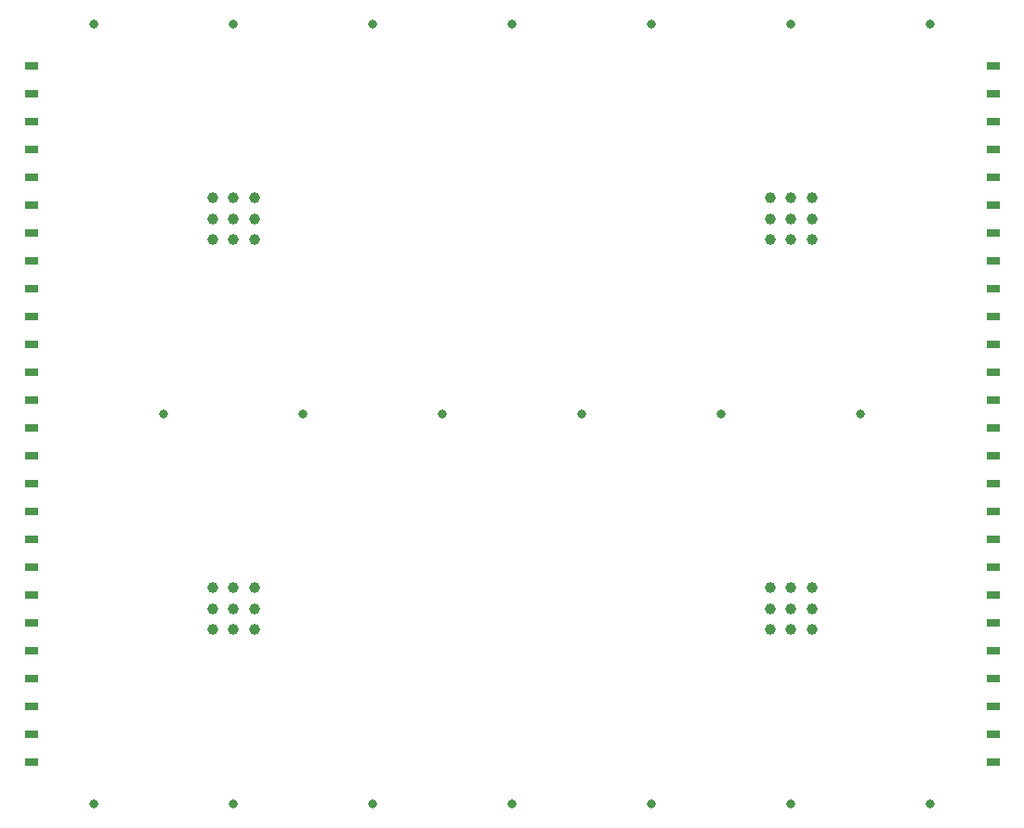
<source format=gbl>
G75*
%MOIN*%
%OFA0B0*%
%FSLAX25Y25*%
%IPPOS*%
%LPD*%
%AMOC8*
5,1,8,0,0,1.08239X$1,22.5*
%
%ADD10C,0.03181*%
%ADD11R,0.05000X0.02500*%
%ADD12C,0.03937*%
D10*
X0055000Y0015000D03*
X0105000Y0015000D03*
X0155000Y0015000D03*
X0205000Y0015000D03*
X0255000Y0015000D03*
X0305000Y0015000D03*
X0355000Y0015000D03*
X0330000Y0155000D03*
X0280000Y0155000D03*
X0230000Y0155000D03*
X0180000Y0155000D03*
X0130000Y0155000D03*
X0080000Y0155000D03*
X0055000Y0295000D03*
X0105000Y0295000D03*
X0155000Y0295000D03*
X0205000Y0295000D03*
X0255000Y0295000D03*
X0305000Y0295000D03*
X0355000Y0295000D03*
D11*
X0032500Y0030000D03*
X0032500Y0040000D03*
X0032500Y0050000D03*
X0032500Y0060000D03*
X0032500Y0070000D03*
X0032500Y0080000D03*
X0032500Y0090000D03*
X0032500Y0100000D03*
X0032500Y0110000D03*
X0032500Y0120000D03*
X0032500Y0130000D03*
X0032500Y0140000D03*
X0032500Y0150000D03*
X0032500Y0160000D03*
X0032500Y0170000D03*
X0032500Y0180000D03*
X0032500Y0190000D03*
X0032500Y0200000D03*
X0032500Y0210000D03*
X0032500Y0220000D03*
X0032500Y0230000D03*
X0032500Y0240000D03*
X0032500Y0250000D03*
X0032500Y0260000D03*
X0032500Y0270000D03*
X0032500Y0280000D03*
X0377500Y0280000D03*
X0377500Y0270000D03*
X0377500Y0260000D03*
X0377500Y0250000D03*
X0377500Y0240000D03*
X0377500Y0230000D03*
X0377500Y0220000D03*
X0377500Y0210000D03*
X0377500Y0200000D03*
X0377500Y0190000D03*
X0377500Y0180000D03*
X0377500Y0170000D03*
X0377500Y0160000D03*
X0377500Y0150000D03*
X0377500Y0140000D03*
X0377500Y0130000D03*
X0377500Y0120000D03*
X0377500Y0110000D03*
X0377500Y0100000D03*
X0377500Y0090000D03*
X0377500Y0080000D03*
X0377500Y0070000D03*
X0377500Y0060000D03*
X0377500Y0050000D03*
X0377500Y0040000D03*
X0377500Y0030000D03*
D12*
X0312500Y0077500D03*
X0305000Y0077500D03*
X0305000Y0085000D03*
X0312500Y0085000D03*
X0312500Y0092500D03*
X0305000Y0092500D03*
X0297500Y0092500D03*
X0297500Y0085000D03*
X0297500Y0077500D03*
X0297500Y0217500D03*
X0297500Y0225000D03*
X0297500Y0232500D03*
X0305000Y0232500D03*
X0312500Y0232500D03*
X0312500Y0225000D03*
X0305000Y0225000D03*
X0305000Y0217500D03*
X0312500Y0217500D03*
X0112500Y0217500D03*
X0112500Y0225000D03*
X0112500Y0232500D03*
X0105000Y0232500D03*
X0097500Y0232500D03*
X0097500Y0225000D03*
X0105000Y0225000D03*
X0105000Y0217500D03*
X0097500Y0217500D03*
X0097500Y0092500D03*
X0105000Y0092500D03*
X0112500Y0092500D03*
X0112500Y0085000D03*
X0112500Y0077500D03*
X0105000Y0077500D03*
X0097500Y0077500D03*
X0097500Y0085000D03*
X0105000Y0085000D03*
M02*

</source>
